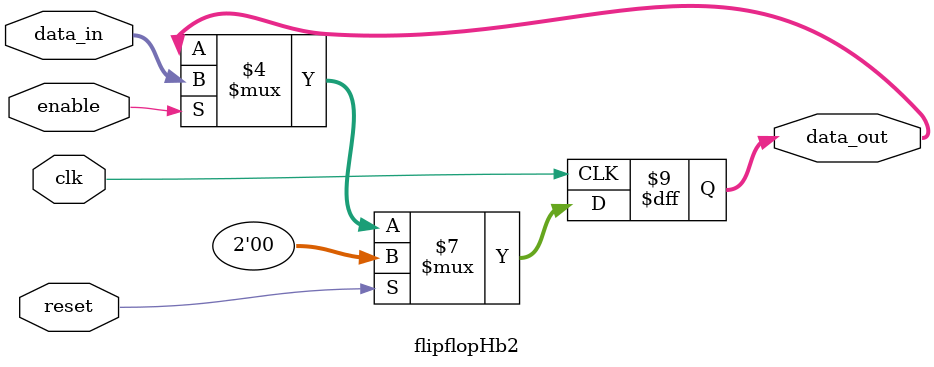
<source format=v>
module flipflopHb2
               (
                clk,
                enable,
                reset,
				
				
                data_in,
                data_out
                );
				
input clk;
input enable;
input reset;
input [1:0] data_in;
output [1:0] data_out;
reg [1:0] data_out;


always @ (posedge clk)
if (reset==1)
    data_out<=2'b00;
else if (enable==1)
begin//if ( clk_enable==1);
data_out<=data_in;
end
endmodule

</source>
